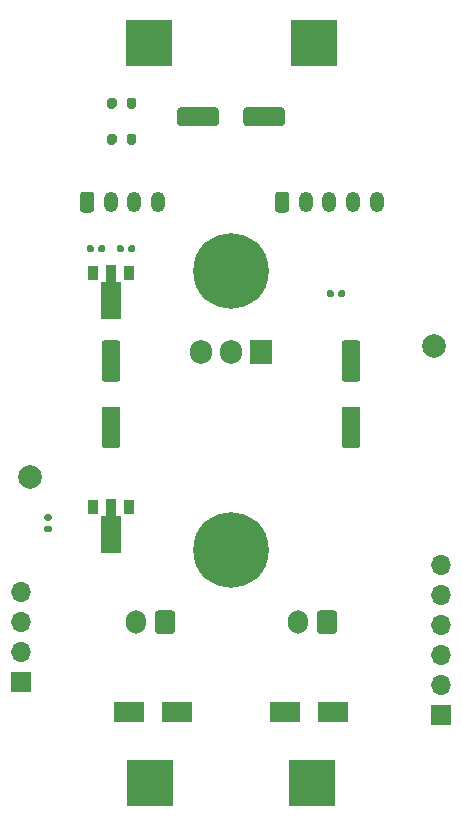
<source format=gts>
G04 #@! TF.GenerationSoftware,KiCad,Pcbnew,(5.1.10-1-10_14)*
G04 #@! TF.CreationDate,2021-12-02T22:50:33+01:00*
G04 #@! TF.ProjectId,Power-Zauberling,506f7765-722d-45a6-9175-6265726c696e,rev?*
G04 #@! TF.SameCoordinates,Original*
G04 #@! TF.FileFunction,Soldermask,Top*
G04 #@! TF.FilePolarity,Negative*
%FSLAX46Y46*%
G04 Gerber Fmt 4.6, Leading zero omitted, Abs format (unit mm)*
G04 Created by KiCad (PCBNEW (5.1.10-1-10_14)) date 2021-12-02 22:50:33*
%MOMM*%
%LPD*%
G01*
G04 APERTURE LIST*
%ADD10C,0.800000*%
%ADD11C,6.400000*%
%ADD12C,2.000000*%
%ADD13R,4.000000X4.000000*%
%ADD14O,1.905000X2.000000*%
%ADD15R,1.905000X2.000000*%
%ADD16O,3.500000X3.500000*%
%ADD17O,1.700000X1.700000*%
%ADD18R,1.700000X1.700000*%
%ADD19C,0.100000*%
%ADD20R,0.900000X1.300000*%
%ADD21R,2.500000X1.800000*%
%ADD22O,1.200000X1.750000*%
%ADD23O,1.700000X2.000000*%
G04 APERTURE END LIST*
D10*
X154097056Y-86186944D03*
X152400000Y-85484000D03*
X150702944Y-86186944D03*
X150000000Y-87884000D03*
X150702944Y-89581056D03*
X152400000Y-90284000D03*
X154097056Y-89581056D03*
X154800000Y-87884000D03*
D11*
X152400000Y-87884000D03*
D10*
X154097056Y-62564944D03*
X152400000Y-61862000D03*
X150702944Y-62564944D03*
X150000000Y-64262000D03*
X150702944Y-65959056D03*
X152400000Y-66662000D03*
X154097056Y-65959056D03*
X154800000Y-64262000D03*
D11*
X152400000Y-64262000D03*
D12*
X169545000Y-70612000D03*
X135382000Y-81661000D03*
D13*
X145542000Y-107569000D03*
X159258000Y-107569000D03*
X145415000Y-44958000D03*
X159385000Y-44958000D03*
D14*
X149860000Y-71120000D03*
X152400000Y-71120000D03*
D15*
X154940000Y-71120000D03*
D16*
X152400000Y-87780000D03*
D17*
X134620000Y-91440000D03*
X134620000Y-93980000D03*
X134620000Y-96520000D03*
D18*
X134620000Y-99060000D03*
G36*
G01*
X161090000Y-65997000D02*
X161090000Y-66337000D01*
G75*
G02*
X160950000Y-66477000I-140000J0D01*
G01*
X160670000Y-66477000D01*
G75*
G02*
X160530000Y-66337000I0J140000D01*
G01*
X160530000Y-65997000D01*
G75*
G02*
X160670000Y-65857000I140000J0D01*
G01*
X160950000Y-65857000D01*
G75*
G02*
X161090000Y-65997000I0J-140000D01*
G01*
G37*
G36*
G01*
X162050000Y-65997000D02*
X162050000Y-66337000D01*
G75*
G02*
X161910000Y-66477000I-140000J0D01*
G01*
X161630000Y-66477000D01*
G75*
G02*
X161490000Y-66337000I0J140000D01*
G01*
X161490000Y-65997000D01*
G75*
G02*
X161630000Y-65857000I140000J0D01*
G01*
X161910000Y-65857000D01*
G75*
G02*
X162050000Y-65997000I0J-140000D01*
G01*
G37*
D19*
G36*
X141373500Y-68340000D02*
G01*
X141373500Y-65215000D01*
X141790000Y-65215000D01*
X141790000Y-63740000D01*
X142690000Y-63740000D01*
X142690000Y-65215000D01*
X143106500Y-65215000D01*
X143106500Y-68340000D01*
X141373500Y-68340000D01*
G37*
D20*
X140740000Y-64390000D03*
X143740000Y-64390000D03*
D19*
G36*
X141373500Y-88152000D02*
G01*
X141373500Y-85027000D01*
X141790000Y-85027000D01*
X141790000Y-83552000D01*
X142690000Y-83552000D01*
X142690000Y-85027000D01*
X143106500Y-85027000D01*
X143106500Y-88152000D01*
X141373500Y-88152000D01*
G37*
D20*
X140740000Y-84202000D03*
X143740000Y-84202000D03*
D21*
X161004000Y-101600000D03*
X157004000Y-101600000D03*
X147796000Y-101600000D03*
X143796000Y-101600000D03*
G36*
G01*
X141170000Y-62527000D02*
X141170000Y-62187000D01*
G75*
G02*
X141310000Y-62047000I140000J0D01*
G01*
X141590000Y-62047000D01*
G75*
G02*
X141730000Y-62187000I0J-140000D01*
G01*
X141730000Y-62527000D01*
G75*
G02*
X141590000Y-62667000I-140000J0D01*
G01*
X141310000Y-62667000D01*
G75*
G02*
X141170000Y-62527000I0J140000D01*
G01*
G37*
G36*
G01*
X140210000Y-62527000D02*
X140210000Y-62187000D01*
G75*
G02*
X140350000Y-62047000I140000J0D01*
G01*
X140630000Y-62047000D01*
G75*
G02*
X140770000Y-62187000I0J-140000D01*
G01*
X140770000Y-62527000D01*
G75*
G02*
X140630000Y-62667000I-140000J0D01*
G01*
X140350000Y-62667000D01*
G75*
G02*
X140210000Y-62527000I0J140000D01*
G01*
G37*
G36*
G01*
X136736000Y-85798000D02*
X137076000Y-85798000D01*
G75*
G02*
X137216000Y-85938000I0J-140000D01*
G01*
X137216000Y-86218000D01*
G75*
G02*
X137076000Y-86358000I-140000J0D01*
G01*
X136736000Y-86358000D01*
G75*
G02*
X136596000Y-86218000I0J140000D01*
G01*
X136596000Y-85938000D01*
G75*
G02*
X136736000Y-85798000I140000J0D01*
G01*
G37*
G36*
G01*
X136736000Y-84838000D02*
X137076000Y-84838000D01*
G75*
G02*
X137216000Y-84978000I0J-140000D01*
G01*
X137216000Y-85258000D01*
G75*
G02*
X137076000Y-85398000I-140000J0D01*
G01*
X136736000Y-85398000D01*
G75*
G02*
X136596000Y-85258000I0J140000D01*
G01*
X136596000Y-84978000D01*
G75*
G02*
X136736000Y-84838000I140000J0D01*
G01*
G37*
G36*
G01*
X153450000Y-51731000D02*
X153450000Y-50631000D01*
G75*
G02*
X153700000Y-50381000I250000J0D01*
G01*
X156700000Y-50381000D01*
G75*
G02*
X156950000Y-50631000I0J-250000D01*
G01*
X156950000Y-51731000D01*
G75*
G02*
X156700000Y-51981000I-250000J0D01*
G01*
X153700000Y-51981000D01*
G75*
G02*
X153450000Y-51731000I0J250000D01*
G01*
G37*
G36*
G01*
X147850000Y-51731000D02*
X147850000Y-50631000D01*
G75*
G02*
X148100000Y-50381000I250000J0D01*
G01*
X151100000Y-50381000D01*
G75*
G02*
X151350000Y-50631000I0J-250000D01*
G01*
X151350000Y-51731000D01*
G75*
G02*
X151100000Y-51981000I-250000J0D01*
G01*
X148100000Y-51981000D01*
G75*
G02*
X147850000Y-51731000I0J250000D01*
G01*
G37*
G36*
G01*
X162010000Y-75726000D02*
X163110000Y-75726000D01*
G75*
G02*
X163360000Y-75976000I0J-250000D01*
G01*
X163360000Y-78976000D01*
G75*
G02*
X163110000Y-79226000I-250000J0D01*
G01*
X162010000Y-79226000D01*
G75*
G02*
X161760000Y-78976000I0J250000D01*
G01*
X161760000Y-75976000D01*
G75*
G02*
X162010000Y-75726000I250000J0D01*
G01*
G37*
G36*
G01*
X162010000Y-70126000D02*
X163110000Y-70126000D01*
G75*
G02*
X163360000Y-70376000I0J-250000D01*
G01*
X163360000Y-73376000D01*
G75*
G02*
X163110000Y-73626000I-250000J0D01*
G01*
X162010000Y-73626000D01*
G75*
G02*
X161760000Y-73376000I0J250000D01*
G01*
X161760000Y-70376000D01*
G75*
G02*
X162010000Y-70126000I250000J0D01*
G01*
G37*
G36*
G01*
X143310000Y-62187000D02*
X143310000Y-62527000D01*
G75*
G02*
X143170000Y-62667000I-140000J0D01*
G01*
X142890000Y-62667000D01*
G75*
G02*
X142750000Y-62527000I0J140000D01*
G01*
X142750000Y-62187000D01*
G75*
G02*
X142890000Y-62047000I140000J0D01*
G01*
X143170000Y-62047000D01*
G75*
G02*
X143310000Y-62187000I0J-140000D01*
G01*
G37*
G36*
G01*
X144270000Y-62187000D02*
X144270000Y-62527000D01*
G75*
G02*
X144130000Y-62667000I-140000J0D01*
G01*
X143850000Y-62667000D01*
G75*
G02*
X143710000Y-62527000I0J140000D01*
G01*
X143710000Y-62187000D01*
G75*
G02*
X143850000Y-62047000I140000J0D01*
G01*
X144130000Y-62047000D01*
G75*
G02*
X144270000Y-62187000I0J-140000D01*
G01*
G37*
G36*
G01*
X141690000Y-75726000D02*
X142790000Y-75726000D01*
G75*
G02*
X143040000Y-75976000I0J-250000D01*
G01*
X143040000Y-78976000D01*
G75*
G02*
X142790000Y-79226000I-250000J0D01*
G01*
X141690000Y-79226000D01*
G75*
G02*
X141440000Y-78976000I0J250000D01*
G01*
X141440000Y-75976000D01*
G75*
G02*
X141690000Y-75726000I250000J0D01*
G01*
G37*
G36*
G01*
X141690000Y-70126000D02*
X142790000Y-70126000D01*
G75*
G02*
X143040000Y-70376000I0J-250000D01*
G01*
X143040000Y-73376000D01*
G75*
G02*
X142790000Y-73626000I-250000J0D01*
G01*
X141690000Y-73626000D01*
G75*
G02*
X141440000Y-73376000I0J250000D01*
G01*
X141440000Y-70376000D01*
G75*
G02*
X141690000Y-70126000I250000J0D01*
G01*
G37*
G36*
G01*
X143554000Y-50313000D02*
X143554000Y-49763000D01*
G75*
G02*
X143754000Y-49563000I200000J0D01*
G01*
X144154000Y-49563000D01*
G75*
G02*
X144354000Y-49763000I0J-200000D01*
G01*
X144354000Y-50313000D01*
G75*
G02*
X144154000Y-50513000I-200000J0D01*
G01*
X143754000Y-50513000D01*
G75*
G02*
X143554000Y-50313000I0J200000D01*
G01*
G37*
G36*
G01*
X141904000Y-50313000D02*
X141904000Y-49763000D01*
G75*
G02*
X142104000Y-49563000I200000J0D01*
G01*
X142504000Y-49563000D01*
G75*
G02*
X142704000Y-49763000I0J-200000D01*
G01*
X142704000Y-50313000D01*
G75*
G02*
X142504000Y-50513000I-200000J0D01*
G01*
X142104000Y-50513000D01*
G75*
G02*
X141904000Y-50313000I0J200000D01*
G01*
G37*
G36*
G01*
X143554000Y-53361000D02*
X143554000Y-52811000D01*
G75*
G02*
X143754000Y-52611000I200000J0D01*
G01*
X144154000Y-52611000D01*
G75*
G02*
X144354000Y-52811000I0J-200000D01*
G01*
X144354000Y-53361000D01*
G75*
G02*
X144154000Y-53561000I-200000J0D01*
G01*
X143754000Y-53561000D01*
G75*
G02*
X143554000Y-53361000I0J200000D01*
G01*
G37*
G36*
G01*
X141904000Y-53361000D02*
X141904000Y-52811000D01*
G75*
G02*
X142104000Y-52611000I200000J0D01*
G01*
X142504000Y-52611000D01*
G75*
G02*
X142704000Y-52811000I0J-200000D01*
G01*
X142704000Y-53361000D01*
G75*
G02*
X142504000Y-53561000I-200000J0D01*
G01*
X142104000Y-53561000D01*
G75*
G02*
X141904000Y-53361000I0J200000D01*
G01*
G37*
D22*
X146208000Y-58420000D03*
X144208000Y-58420000D03*
X142208000Y-58420000D03*
G36*
G01*
X139608000Y-59045001D02*
X139608000Y-57794999D01*
G75*
G02*
X139857999Y-57545000I249999J0D01*
G01*
X140558001Y-57545000D01*
G75*
G02*
X140808000Y-57794999I0J-249999D01*
G01*
X140808000Y-59045001D01*
G75*
G02*
X140558001Y-59295000I-249999J0D01*
G01*
X139857999Y-59295000D01*
G75*
G02*
X139608000Y-59045001I0J249999D01*
G01*
G37*
X164718000Y-58420000D03*
X162718000Y-58420000D03*
X160718000Y-58420000D03*
X158718000Y-58420000D03*
G36*
G01*
X156118000Y-59045001D02*
X156118000Y-57794999D01*
G75*
G02*
X156367999Y-57545000I249999J0D01*
G01*
X157068001Y-57545000D01*
G75*
G02*
X157318000Y-57794999I0J-249999D01*
G01*
X157318000Y-59045001D01*
G75*
G02*
X157068001Y-59295000I-249999J0D01*
G01*
X156367999Y-59295000D01*
G75*
G02*
X156118000Y-59045001I0J249999D01*
G01*
G37*
D23*
X158028000Y-93980000D03*
G36*
G01*
X161378000Y-93230000D02*
X161378000Y-94730000D01*
G75*
G02*
X161128000Y-94980000I-250000J0D01*
G01*
X159928000Y-94980000D01*
G75*
G02*
X159678000Y-94730000I0J250000D01*
G01*
X159678000Y-93230000D01*
G75*
G02*
X159928000Y-92980000I250000J0D01*
G01*
X161128000Y-92980000D01*
G75*
G02*
X161378000Y-93230000I0J-250000D01*
G01*
G37*
D17*
X170180000Y-89154000D03*
X170180000Y-91694000D03*
X170180000Y-94234000D03*
X170180000Y-96774000D03*
X170180000Y-99314000D03*
D18*
X170180000Y-101854000D03*
D23*
X144312000Y-93980000D03*
G36*
G01*
X147662000Y-93230000D02*
X147662000Y-94730000D01*
G75*
G02*
X147412000Y-94980000I-250000J0D01*
G01*
X146212000Y-94980000D01*
G75*
G02*
X145962000Y-94730000I0J250000D01*
G01*
X145962000Y-93230000D01*
G75*
G02*
X146212000Y-92980000I250000J0D01*
G01*
X147412000Y-92980000D01*
G75*
G02*
X147662000Y-93230000I0J-250000D01*
G01*
G37*
M02*

</source>
